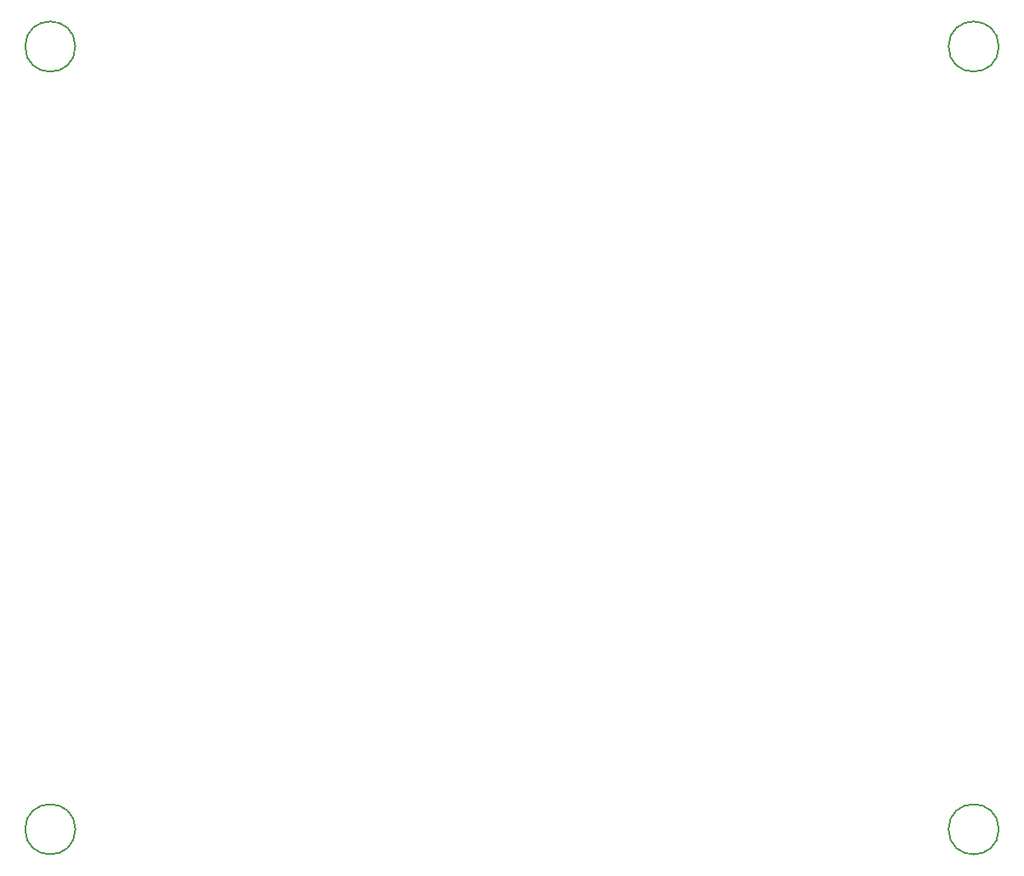
<source format=gbr>
G04 #@! TF.GenerationSoftware,KiCad,Pcbnew,(5.1.2-1)-1*
G04 #@! TF.CreationDate,2020-04-08T11:54:09+01:00*
G04 #@! TF.ProjectId,tranZPUter-SW,7472616e-5a50-4557-9465-722d53572e6b,rev?*
G04 #@! TF.SameCoordinates,Original*
G04 #@! TF.FileFunction,Other,Comment*
%FSLAX46Y46*%
G04 Gerber Fmt 4.6, Leading zero omitted, Abs format (unit mm)*
G04 Created by KiCad (PCBNEW (5.1.2-1)-1) date 2020-04-08 11:54:09*
%MOMM*%
%LPD*%
G04 APERTURE LIST*
%ADD10C,0.150000*%
G04 APERTURE END LIST*
D10*
X198500000Y-146000000D02*
G75*
G03X198500000Y-146000000I-2500000J0D01*
G01*
X106500000Y-68000000D02*
G75*
G03X106500000Y-68000000I-2500000J0D01*
G01*
X198500000Y-68000000D02*
G75*
G03X198500000Y-68000000I-2500000J0D01*
G01*
X106500000Y-146000000D02*
G75*
G03X106500000Y-146000000I-2500000J0D01*
G01*
M02*

</source>
